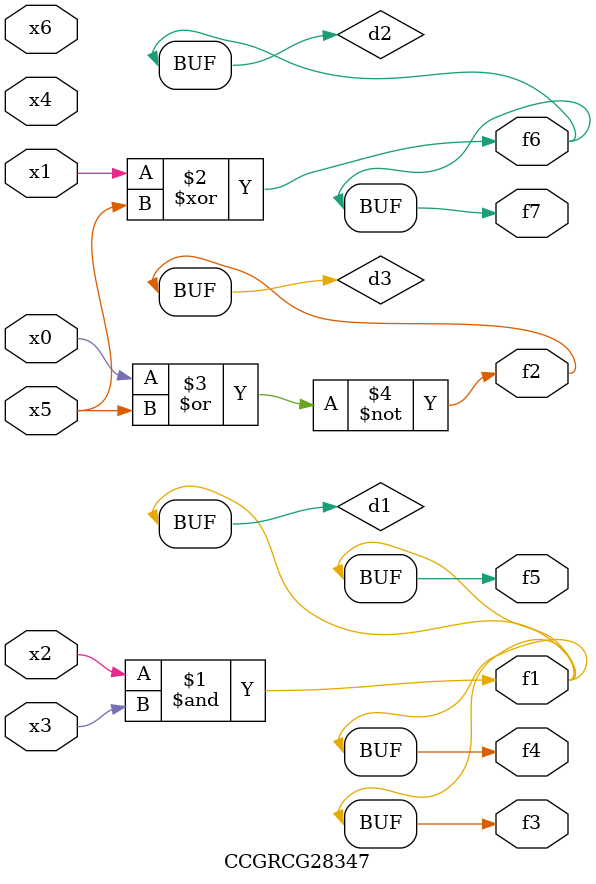
<source format=v>
module CCGRCG28347(
	input x0, x1, x2, x3, x4, x5, x6,
	output f1, f2, f3, f4, f5, f6, f7
);

	wire d1, d2, d3;

	and (d1, x2, x3);
	xor (d2, x1, x5);
	nor (d3, x0, x5);
	assign f1 = d1;
	assign f2 = d3;
	assign f3 = d1;
	assign f4 = d1;
	assign f5 = d1;
	assign f6 = d2;
	assign f7 = d2;
endmodule

</source>
